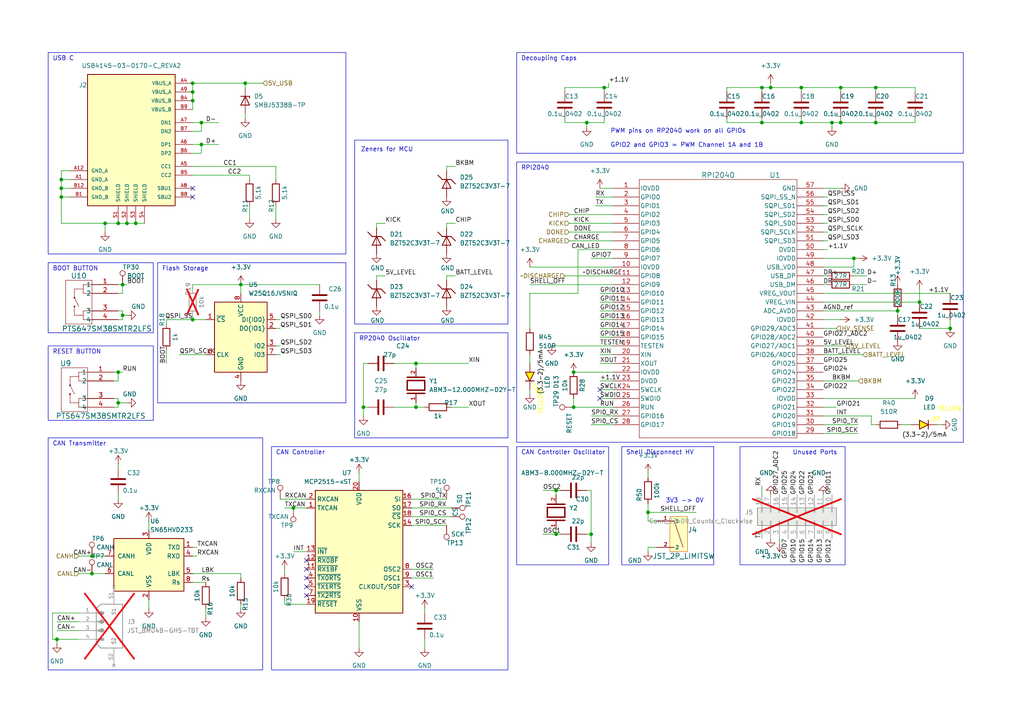
<source format=kicad_sch>
(kicad_sch (version 20250114) (generator "eeschema") (generator_version "9.0")
  (paper "A4")
  (rectangle (start 149.86 46.99) (end 279.4 128.27))
  (rectangle (start 102.87 96.52) (end 147.32 127))
  (rectangle (start 13.97 15.24) (end 100.33 73.66))
  (rectangle (start 78.74 129.54) (end 147.32 194.31))
  (rectangle (start 45.72 76.2) (end 100.33 116.84))
  (rectangle (start 13.97 127) (end 76.2 194.31))
  (rectangle (start 214.63 129.54) (end 245.11 163.83))
  (rectangle (start 180.34 129.54) (end 207.01 163.83))
  (rectangle (start 149.86 15.24) (end 279.4 44.45))
  (rectangle (start 102.87 40.64) (end 147.32 93.98))
  (rectangle (start 13.97 76.2) (end 44.45 96.52))
  (rectangle (start 13.97 100.33) (end 44.45 121.92))
  (rectangle (start 149.86 129.54) (end 176.53 163.83))
  (text "Unused Ports\n" (at 229.87 132.08 0) (effects (font (size 1.27 1.27)) (justify left bottom)))
  (text "YELLOW" (at 271.78 119.38 0) (effects (font (size 1.27 1.27)) (justify left bottom)))
  (text "BOOT BUTTON\n" (at 15.24 78.74 0) (effects (font (size 1.27 1.27)) (justify left bottom)))
  (text "CAN Controller\n" (at 80.01 132.08 0) (effects (font (size 1.27 1.27)) (justify left bottom)))
  (text "USB C" (at 15.24 17.78 0) (effects (font (size 1.27 1.27)) (justify left bottom)))
  (text "(3.3-2)/5mA" (at 157.48 101.6 90) (effects (font (size 1.27 1.27)) (justify right bottom)))
  (text "YELLOW" (at 157.48 113.03 90) (effects (font (size 1.27 1.27)) (justify right bottom)))
  (text "Decoupling Caps" (at 151.13 17.78 0) (effects (font (size 1.27 1.27)) (justify left bottom)))
  (text "CAN Controller Oscillator\n" (at 151.13 132.08 0) (effects (font (size 1.27 1.27)) (justify left bottom)))
  (text "Flash Storage\n" (at 46.99 78.74 0) (effects (font (size 1.27 1.27)) (justify left bottom)))
  (text "CAN Transmitter\n" (at 15.24 129.54 0) (effects (font (size 1.27 1.27)) (justify left bottom)))
  (text "RP2040 Oscillator\n" (at 104.14 99.06 0) (effects (font (size 1.27 1.27)) (justify left bottom)))
  (text "RPI2040" (at 151.13 49.53 0) (effects (font (size 1.27 1.27)) (justify left bottom)))
  (text "PWM pins on RP2040 work on all GPIOs\n\nGPIO2 and GPIO3 = PWM Channel 1A and 1B\n" (at 177.038 42.926 0) (effects (font (size 1.27 1.27)) (justify left bottom)))
  (text "Shell Disconnect HV" (at 181.61 132.08 0) (effects (font (size 1.27 1.27)) (justify left bottom)))
  (text "3V3 -> 0V" (at 193.04 146.05 0) (effects (font (size 1.27 1.27)) (justify left bottom)))
  (text "RESET BUTTON\n" (at 15.24 102.87 0) (effects (font (size 1.27 1.27)) (justify left bottom)))
  (text "Zeners for MCU" (at 104.648 44.196 0) (effects (font (size 1.27 1.27)) (justify left bottom)))
  (text "(3.3-2)/5mA" (at 261.62 127 0) (effects (font (size 1.27 1.27)) (justify left bottom)))
  (junction (at 30.48 64.77))
  (junction (at 58.42 41.91))
  (junction (at 260.35 90.17))
  (junction (at 232.41 35.56))
  (junction (at 266.7 87.63))
  (junction (at 69.85 82.55))
  (junction (at 171.45 154.94))
  (junction (at 120.65 105.41))
  (junction (at 35.56 91.44))
  (junction (at 55.88 92.71))
  (junction (at 275.59 95.25))
  (junction (at 16.51 185.42))
  (junction (at 254 25.4))
  (junction (at 243.84 35.56))
  (junction (at 187.96 148.59))
  (junction (at 26.67 166.37))
  (junction (at 170.18 35.56))
  (junction (at 34.29 107.95))
  (junction (at 166.37 107.95))
  (junction (at 39.37 64.77))
  (junction (at 55.88 24.13))
  (junction (at 17.78 54.61))
  (junction (at 17.78 57.15))
  (junction (at 241.3 35.56))
  (junction (at 247.65 74.93))
  (junction (at 232.41 25.4))
  (junction (at 36.83 64.77))
  (junction (at 105.41 118.11))
  (junction (at 120.65 118.11))
  (junction (at 17.78 52.07))
  (junction (at 243.84 25.4))
  (junction (at 223.52 25.4))
  (junction (at 85.09 147.32))
  (junction (at 220.98 25.4))
  (junction (at 58.42 35.56))
  (junction (at 26.67 161.29))
  (junction (at 175.26 25.4))
  (junction (at 34.29 116.84))
  (junction (at 254 35.56))
  (junction (at 35.56 82.55))
  (junction (at 161.29 142.24))
  (junction (at 220.98 35.56))
  (junction (at 55.88 29.21))
  (junction (at 55.88 26.67))
  (junction (at 166.37 118.11))
  (junction (at 161.29 154.94))
  (junction (at 34.29 64.77))
  (junction (at 71.12 24.13))
  (no_connect (at 88.9 167.64))
  (no_connect (at 173.99 113.03))
  (no_connect (at 88.9 172.72))
  (no_connect (at 88.9 170.18))
  (no_connect (at 55.88 54.61))
  (no_connect (at 173.99 115.57))
  (no_connect (at 88.9 162.56))
  (no_connect (at 88.9 165.1))
  (no_connect (at 55.88 57.15))
  (no_connect (at 119.38 170.18))
  (wire (pts (xy 166.37 118.11) (xy 177.8 118.11)))
  (wire (pts (xy 238.76 120.65) (xy 252.73 120.65)))
  (wire (pts (xy 34.29 64.77) (xy 36.83 64.77)))
  (wire (pts (xy 35.56 82.55) (xy 36.83 82.55)))
  (wire (pts (xy 176.53 24.13) (xy 176.53 25.4)))
  (wire (pts (xy 43.18 151.13) (xy 43.18 153.67)))
  (wire (pts (xy 172.72 59.69) (xy 177.8 59.69)))
  (wire (pts (xy 163.83 25.4) (xy 163.83 26.67)))
  (wire (pts (xy 187.96 160.02) (xy 187.96 158.75)))
  (wire (pts (xy 266.7 95.25) (xy 275.59 95.25)))
  (wire (pts (xy 238.76 102.87) (xy 250.19 102.87)))
  (wire (pts (xy 132.08 48.26) (xy 129.54 48.26)))
  (wire (pts (xy 71.12 33.02) (xy 71.12 34.29)))
  (wire (pts (xy 22.86 177.8) (xy 15.24 177.8)))
  (wire (pts (xy 220.98 25.4) (xy 210.82 25.4)))
  (wire (pts (xy 58.42 38.1) (xy 58.42 35.56)))
  (wire (pts (xy 238.76 72.39) (xy 240.03 72.39)))
  (wire (pts (xy 22.86 166.37) (xy 26.67 166.37)))
  (wire (pts (xy 120.65 118.11) (xy 120.65 116.84)))
  (wire (pts (xy 35.56 85.09) (xy 35.56 82.55)))
  (wire (pts (xy 85.09 147.32) (xy 88.9 147.32)))
  (wire (pts (xy 260.35 90.17) (xy 260.35 91.44)))
  (wire (pts (xy 55.88 92.71) (xy 55.88 91.44)))
  (wire (pts (xy 232.41 35.56) (xy 241.3 35.56)))
  (wire (pts (xy 247.65 77.47) (xy 247.65 74.93)))
  (wire (pts (xy 167.64 72.39) (xy 177.8 72.39)))
  (wire (pts (xy 55.88 35.56) (xy 58.42 35.56)))
  (wire (pts (xy 220.98 25.4) (xy 220.98 26.67)))
  (wire (pts (xy 20.32 52.07) (xy 17.78 52.07)))
  (wire (pts (xy 172.72 57.15) (xy 177.8 57.15)))
  (wire (pts (xy 226.06 157.48) (xy 226.06 156.21)))
  (wire (pts (xy 16.51 180.34) (xy 22.86 180.34)))
  (wire (pts (xy 173.99 110.49) (xy 177.8 110.49)))
  (wire (pts (xy 48.26 92.71) (xy 55.88 92.71)))
  (wire (pts (xy 223.52 25.4) (xy 220.98 25.4)))
  (wire (pts (xy 119.38 165.1) (xy 125.73 165.1)))
  (wire (pts (xy 252.73 123.19) (xy 254 123.19)))
  (wire (pts (xy 153.67 82.55) (xy 177.8 82.55)))
  (wire (pts (xy 232.41 26.67) (xy 232.41 25.4)))
  (wire (pts (xy 153.67 85.09) (xy 153.67 95.25)))
  (wire (pts (xy 35.56 91.44) (xy 35.56 90.17)))
  (wire (pts (xy 26.67 166.37) (xy 30.48 166.37)))
  (wire (pts (xy 55.88 24.13) (xy 55.88 26.67)))
  (wire (pts (xy 119.38 152.4) (xy 129.54 152.4)))
  (wire (pts (xy 16.51 185.42) (xy 22.86 185.42)))
  (wire (pts (xy 170.18 154.94) (xy 171.45 154.94)))
  (wire (pts (xy 177.8 69.85) (xy 165.1 69.85)))
  (wire (pts (xy 20.32 49.53) (xy 17.78 49.53)))
  (wire (pts (xy 129.54 48.26) (xy 129.54 49.53)))
  (wire (pts (xy 129.54 64.77) (xy 129.54 66.04)))
  (wire (pts (xy 265.43 26.67) (xy 265.43 25.4)))
  (wire (pts (xy 30.48 64.77) (xy 30.48 67.31)))
  (wire (pts (xy 109.22 81.28) (xy 109.22 80.01)))
  (wire (pts (xy 243.84 25.4) (xy 243.84 26.67)))
  (wire (pts (xy 238.76 59.69) (xy 240.03 59.69)))
  (wire (pts (xy 173.99 115.57) (xy 177.8 115.57)))
  (wire (pts (xy 17.78 64.77) (xy 17.78 57.15)))
  (wire (pts (xy 171.45 120.65) (xy 177.8 120.65)))
  (wire (pts (xy 81.28 144.78) (xy 88.9 144.78)))
  (wire (pts (xy 30.48 64.77) (xy 34.29 64.77)))
  (wire (pts (xy 254 34.29) (xy 254 35.56)))
  (wire (pts (xy 120.65 118.11) (xy 123.19 118.11)))
  (wire (pts (xy 241.3 35.56) (xy 241.3 36.83)))
  (wire (pts (xy 16.51 182.88) (xy 22.86 182.88)))
  (wire (pts (xy 163.83 25.4) (xy 175.26 25.4)))
  (wire (pts (xy 177.8 67.31) (xy 165.1 67.31)))
  (wire (pts (xy 187.96 148.59) (xy 201.93 148.59)))
  (wire (pts (xy 104.14 137.16) (xy 104.14 139.7)))
  (wire (pts (xy 210.82 35.56) (xy 210.82 34.29)))
  (wire (pts (xy 33.02 107.95) (xy 34.29 107.95)))
  (wire (pts (xy 34.29 92.71) (xy 35.56 92.71)))
  (wire (pts (xy 85.09 160.02) (xy 88.9 160.02)))
  (wire (pts (xy 20.32 54.61) (xy 17.78 54.61)))
  (wire (pts (xy 59.69 176.53) (xy 59.69 179.07)))
  (wire (pts (xy 55.88 48.26) (xy 80.01 48.26)))
  (wire (pts (xy 20.32 57.15) (xy 17.78 57.15)))
  (wire (pts (xy 163.83 35.56) (xy 163.83 34.29)))
  (wire (pts (xy 34.29 116.84) (xy 34.29 115.57)))
  (wire (pts (xy 132.08 64.77) (xy 129.54 64.77)))
  (wire (pts (xy 153.67 113.03) (xy 153.67 114.3)))
  (wire (pts (xy 247.65 82.55) (xy 251.46 82.55)))
  (wire (pts (xy 170.18 35.56) (xy 163.83 35.56)))
  (wire (pts (xy 17.78 64.77) (xy 30.48 64.77)))
  (wire (pts (xy 173.99 113.03) (xy 177.8 113.03)))
  (wire (pts (xy 173.99 102.87) (xy 177.8 102.87)))
  (wire (pts (xy 80.01 100.33) (xy 81.28 100.33)))
  (wire (pts (xy 80.01 92.71) (xy 81.28 92.71)))
  (wire (pts (xy 175.26 34.29) (xy 175.26 35.56)))
  (wire (pts (xy 119.38 167.64) (xy 125.73 167.64)))
  (wire (pts (xy 34.29 118.11) (xy 34.29 116.84)))
  (wire (pts (xy 173.99 105.41) (xy 177.8 105.41)))
  (wire (pts (xy 265.43 35.56) (xy 254 35.56)))
  (wire (pts (xy 232.41 34.29) (xy 232.41 35.56)))
  (wire (pts (xy 223.52 25.4) (xy 232.41 25.4)))
  (wire (pts (xy 238.76 92.71) (xy 243.84 92.71)))
  (wire (pts (xy 71.12 24.13) (xy 76.2 24.13)))
  (wire (pts (xy 55.88 168.91) (xy 59.69 168.91)))
  (wire (pts (xy 271.78 123.19) (xy 273.05 123.19)))
  (wire (pts (xy 261.62 123.19) (xy 264.16 123.19)))
  (wire (pts (xy 69.85 82.55) (xy 69.85 85.09)))
  (wire (pts (xy 129.54 80.01) (xy 129.54 81.28)))
  (wire (pts (xy 34.29 143.51) (xy 34.29 144.78)))
  (wire (pts (xy 34.29 107.95) (xy 35.56 107.95)))
  (wire (pts (xy 247.65 80.01) (xy 251.46 80.01)))
  (wire (pts (xy 58.42 35.56) (xy 63.5 35.56)))
  (wire (pts (xy 36.83 91.44) (xy 35.56 91.44)))
  (wire (pts (xy 35.56 92.71) (xy 35.56 91.44)))
  (wire (pts (xy 34.29 110.49) (xy 34.29 107.95)))
  (wire (pts (xy 119.38 144.78) (xy 129.54 144.78)))
  (wire (pts (xy 105.41 105.41) (xy 106.68 105.41)))
  (wire (pts (xy 254 26.67) (xy 254 25.4)))
  (wire (pts (xy 57.15 158.75) (xy 55.88 158.75)))
  (wire (pts (xy 238.76 69.85) (xy 240.03 69.85)))
  (wire (pts (xy 119.38 149.86) (xy 130.81 149.86)))
  (wire (pts (xy 55.88 29.21) (xy 55.88 31.75)))
  (wire (pts (xy 109.22 80.01) (xy 111.76 80.01)))
  (wire (pts (xy 88.9 175.26) (xy 82.55 175.26)))
  (wire (pts (xy 34.29 90.17) (xy 35.56 90.17)))
  (wire (pts (xy 175.26 35.56) (xy 170.18 35.56)))
  (wire (pts (xy 55.88 24.13) (xy 71.12 24.13)))
  (wire (pts (xy 80.01 102.87) (xy 81.28 102.87)))
  (wire (pts (xy 82.55 165.1) (xy 82.55 166.37)))
  (wire (pts (xy 55.88 44.45) (xy 58.42 44.45)))
  (wire (pts (xy 55.88 50.8) (xy 72.39 50.8)))
  (wire (pts (xy 161.29 153.67) (xy 161.29 154.94)))
  (wire (pts (xy 80.01 59.69) (xy 80.01 63.5)))
  (wire (pts (xy 243.84 54.61) (xy 238.76 54.61)))
  (wire (pts (xy 82.55 147.32) (xy 85.09 147.32)))
  (wire (pts (xy 238.76 100.33) (xy 245.11 100.33)))
  (wire (pts (xy 171.45 74.93) (xy 177.8 74.93)))
  (wire (pts (xy 161.29 142.24) (xy 162.56 142.24)))
  (wire (pts (xy 34.29 134.62) (xy 34.29 135.89)))
  (wire (pts (xy 170.18 35.56) (xy 170.18 36.83)))
  (wire (pts (xy 69.85 166.37) (xy 69.85 167.64)))
  (wire (pts (xy 111.76 64.77) (xy 109.22 64.77)))
  (wire (pts (xy 173.99 90.17) (xy 177.8 90.17)))
  (wire (pts (xy 171.45 123.19) (xy 177.8 123.19)))
  (wire (pts (xy 157.48 154.94) (xy 161.29 154.94)))
  (wire (pts (xy 82.55 175.26) (xy 82.55 173.99)))
  (wire (pts (xy 223.52 24.13) (xy 223.52 25.4)))
  (wire (pts (xy 238.76 85.09) (xy 275.59 85.09)))
  (wire (pts (xy 92.71 90.17) (xy 92.71 91.44)))
  (wire (pts (xy 114.3 118.11) (xy 120.65 118.11)))
  (wire (pts (xy 58.42 41.91) (xy 63.5 41.91)))
  (wire (pts (xy 39.37 64.77) (xy 41.91 64.77)))
  (wire (pts (xy 33.02 115.57) (xy 34.29 115.57)))
  (wire (pts (xy 238.76 82.55) (xy 240.03 82.55)))
  (wire (pts (xy 238.76 90.17) (xy 260.35 90.17)))
  (wire (pts (xy 167.64 85.09) (xy 167.64 72.39)))
  (wire (pts (xy 238.76 118.11) (xy 242.57 118.11)))
  (wire (pts (xy 55.88 82.55) (xy 69.85 82.55)))
  (wire (pts (xy 55.88 92.71) (xy 59.69 92.71)))
  (wire (pts (xy 166.37 107.95) (xy 177.8 107.95)))
  (wire (pts (xy 130.81 118.11) (xy 135.89 118.11)))
  (wire (pts (xy 72.39 59.69) (xy 72.39 63.5)))
  (wire (pts (xy 173.99 95.25) (xy 177.8 95.25)))
  (wire (pts (xy 165.1 64.77) (xy 177.8 64.77)))
  (wire (pts (xy 238.76 62.23) (xy 240.03 62.23)))
  (wire (pts (xy 238.76 95.25) (xy 242.57 95.25)))
  (wire (pts (xy 69.85 175.26) (xy 69.85 176.53)))
  (wire (pts (xy 33.02 110.49) (xy 34.29 110.49)))
  (wire (pts (xy 252.73 123.19) (xy 252.73 120.65)))
  (wire (pts (xy 55.88 41.91) (xy 58.42 41.91)))
  (wire (pts (xy 220.98 143.51) (xy 220.98 140.97)))
  (wire (pts (xy 220.98 35.56) (xy 232.41 35.56)))
  (wire (pts (xy 15.24 185.42) (xy 16.51 185.42)))
  (wire (pts (xy 36.83 64.77) (xy 39.37 64.77)))
  (wire (pts (xy 153.67 102.87) (xy 153.67 105.41)))
  (wire (pts (xy 69.85 82.55) (xy 92.71 82.55)))
  (wire (pts (xy 105.41 118.11) (xy 105.41 105.41)))
  (wire (pts (xy 55.88 83.82) (xy 55.88 82.55)))
  (wire (pts (xy 265.43 115.57) (xy 238.76 115.57)))
  (wire (pts (xy 119.38 147.32) (xy 130.81 147.32)))
  (wire (pts (xy 238.76 57.15) (xy 240.03 57.15)))
  (wire (pts (xy 187.96 137.16) (xy 187.96 138.43)))
  (wire (pts (xy 80.01 95.25) (xy 81.28 95.25)))
  (wire (pts (xy 190.5 151.13) (xy 187.96 151.13)))
  (wire (pts (xy 173.99 54.61) (xy 177.8 54.61)))
  (wire (pts (xy 187.96 146.05) (xy 187.96 148.59)))
  (wire (pts (xy 153.67 77.47) (xy 177.8 77.47)))
  (wire (pts (xy 220.98 34.29) (xy 220.98 35.56)))
  (wire (pts (xy 80.01 52.07) (xy 80.01 48.26)))
  (wire (pts (xy 57.15 161.29) (xy 55.88 161.29)))
  (wire (pts (xy 243.84 25.4) (xy 254 25.4)))
  (wire (pts (xy 16.51 185.42) (xy 16.51 186.69)))
  (wire (pts (xy 71.12 24.13) (xy 71.12 25.4)))
  (wire (pts (xy 173.99 85.09) (xy 177.8 85.09)))
  (wire (pts (xy 120.65 106.68) (xy 120.65 105.41)))
  (wire (pts (xy 265.43 34.29) (xy 265.43 35.56)))
  (wire (pts (xy 171.45 142.24) (xy 171.45 154.94)))
  (wire (pts (xy 175.26 25.4) (xy 175.26 26.67)))
  (wire (pts (xy 254 35.56) (xy 243.84 35.56)))
  (wire (pts (xy 173.99 97.79) (xy 177.8 97.79)))
  (wire (pts (xy 238.76 67.31) (xy 240.03 67.31)))
  (wire (pts (xy 120.65 105.41) (xy 135.89 105.41)))
  (wire (pts (xy 163.83 80.01) (xy 177.8 80.01)))
  (wire (pts (xy 248.92 74.93) (xy 247.65 74.93)))
  (wire (pts (xy 55.88 26.67) (xy 55.88 29.21)))
  (wire (pts (xy 275.59 92.71) (xy 275.59 95.25)))
  (wire (pts (xy 48.26 101.6) (xy 48.26 105.41)))
  (wire (pts (xy 105.41 118.11) (xy 106.68 118.11)))
  (wire (pts (xy 177.8 62.23) (xy 165.1 62.23)))
  (wire (pts (xy 55.88 38.1) (xy 58.42 38.1)))
  (wire (pts (xy 243.84 34.29) (xy 243.84 35.56)))
  (wire (pts (xy 15.24 177.8) (xy 15.24 185.42)))
  (wire (pts (xy 170.18 142.24) (xy 171.45 142.24)))
  (wire (pts (xy 166.37 115.57) (xy 166.37 118.11)))
  (wire (pts (xy 187.96 148.59) (xy 187.96 151.13)))
  (wire (pts (xy 58.42 44.45) (xy 58.42 41.91)))
  (wire (pts (xy 22.86 161.29) (xy 26.67 161.29)))
  (wire (pts (xy 238.76 77.47) (xy 247.65 77.47)))
  (wire (pts (xy 176.53 25.4) (xy 175.26 25.4)))
  (wire (pts (xy 160.02 100.33) (xy 177.8 100.33)))
  (wire (pts (xy 173.99 87.63) (xy 177.8 87.63)))
  (wire (pts (xy 105.41 120.65) (xy 105.41 118.11)))
  (wire (pts (xy 238.76 110.49) (xy 248.92 110.49)))
  (wire (pts (xy 153.67 85.09) (xy 167.64 85.09)))
  (wire (pts (xy 238.76 74.93) (xy 247.65 74.93)))
  (wire (pts (xy 173.99 92.71) (xy 177.8 92.71)))
  (wire (pts (xy 34.29 82.55) (xy 35.56 82.55)))
  (wire (pts (xy 17.78 54.61) (xy 17.78 57.15)))
  (wire (pts (xy 17.78 49.53) (xy 17.78 52.07)))
  (wire (pts (xy 210.82 25.4) (xy 210.82 26.67)))
  (wire (pts (xy 220.98 35.56) (xy 210.82 35.56)))
  (wire (pts (xy 26.67 161.29) (xy 30.48 161.29)))
  (wire (pts (xy 114.3 105.41) (xy 120.65 105.41)))
  (wire (pts (xy 238.76 87.63) (xy 266.7 87.63)))
  (wire (pts (xy 171.45 157.48) (xy 171.45 154.94)))
  (wire (pts (xy 104.14 180.34) (xy 104.14 187.96)))
  (wire (pts (xy 157.48 142.24) (xy 161.29 142.24)))
  (wire (pts (xy 123.19 185.42) (xy 123.19 187.96)))
  (wire (pts (xy 48.26 93.98) (xy 48.26 92.71)))
  (wire (pts (xy 36.83 116.84) (xy 34.29 116.84)))
  (wire (pts (xy 238.76 64.77) (xy 240.03 64.77)))
  (wire (pts (xy 43.18 173.99) (xy 43.18 176.53)))
  (wire (pts (xy 33.02 118.11) (xy 34.29 118.11)))
  (wire (pts (xy 161.29 143.51) (xy 161.29 142.24)))
  (wire (pts (xy 34.29 85.09) (xy 35.56 85.09)))
  (wire (pts (xy 17.78 52.07) (xy 17.78 54.61)))
  (wire (pts (xy 132.08 80.01) (xy 129.54 80.01)))
  (wire (pts (xy 72.39 50.8) (xy 72.39 52.07)))
  (wire (pts (xy 265.43 25.4) (xy 254 25.4)))
  (wire (pts (xy 238.76 125.73) (xy 248.92 125.73)))
  (wire (pts (xy 243.84 35.56) (xy 241.3 35.56)))
  (wire (pts (xy 109.22 64.77) (xy 109.22 66.04)))
  (wire (pts (xy 187.96 158.75) (xy 190.5 158.75)))
  (wire (pts (xy 238.76 80.01) (xy 240.03 80.01)))
  (wire (pts (xy 266.7 83.82) (xy 266.7 87.63)))
  (wire (pts (xy 123.19 176.53) (xy 123.19 177.8)))
  (wire (pts (xy 238.76 123.19) (xy 248.92 123.19)))
  (wire (pts (xy 161.29 154.94) (xy 162.56 154.94)))
  (wire (pts (xy 52.07 102.87) (xy 59.69 102.87)))
  (wire (pts (xy 232.41 25.4) (xy 243.84 25.4)))
  (wire (pts (xy 55.88 166.37) (xy 69.85 166.37)))
  (label "SPI0_CS" (at 171.45 123.19 0))
  (label "OSC2" (at 157.48 142.24 0))
  (label "TESTEN" (at 173.99 100.33 0))
  (label "+1.1V" (at 240.03 72.39 0))
  (label "+1.1V" (at 176.53 24.13 0))
  (label "SPI0_TX" (at 129.54 144.78 180))
  (label "KICK" (at 166.37 64.77 0))
  (label "QSPI_SD0" (at 81.28 92.71 0))
  (label "BKBM" (at 132.08 48.26 0))
  (label "AGND_ref" (at 238.76 90.17 0))
  (label "SWDIO" (at 173.99 115.57 0))
  (label "5V_LEVEL" (at 238.76 100.33 0))
  (label "DR+" (at 238.76 80.01 0))
  (label "GPIO22" (at 233.68 143.51 90))
  (label "DONE" (at 166.37 67.31 0))
  (label "QSPI_SD3" (at 240.03 69.85 0))
  (label "RUN" (at 173.99 118.11 0))
  (label "GPIO21" (at 236.22 143.51 90))
  (label "RX" (at 220.98 140.97 90))
  (label "RXCAN" (at 57.15 161.29 0))
  (label "GPIO11" (at 241.3 143.51 90))
  (label "BOOT" (at 36.83 82.55 0))
  (label "OSC1" (at 125.73 167.64 180))
  (label "BOOT" (at 48.26 105.41 90))
  (label "GPIO12" (at 173.99 90.17 0))
  (label "GPIO11" (at 173.99 87.63 0))
  (label "RUN" (at 35.56 107.95 0))
  (label "RXCAN" (at 82.55 144.78 0))
  (label "CAN+" (at 16.51 180.34 0))
  (label "SHELL_OFF" (at 153.67 82.55 0))
  (label "CHIP" (at 132.08 64.77 0))
  (label "SHELL_OFF" (at 201.93 148.59 180))
  (label "QSPI_SCLK" (at 240.03 67.31 0))
  (label "LBK" (at 58.42 166.37 0))
  (label "CHARGE" (at 166.37 69.85 0))
  (label "TX" (at 220.98 156.21 90))
  (label "GPIO13" (at 238.76 156.21 270))
  (label "BATT_LEVEL" (at 238.76 102.87 0))
  (label "CAN-" (at 26.67 166.37 180))
  (label "Rs" (at 58.42 168.91 0))
  (label "GPIO14" (at 173.99 95.25 0))
  (label "GPIO24" (at 238.76 107.95 0))
  (label "+1.1V" (at 269.24 85.09 0))
  (label "XIN" (at 135.89 105.41 0))
  (label "GPIO25" (at 228.6 143.51 90))
  (label "GPIO24" (at 231.14 143.51 90))
  (label "QSPI_SD2" (at 240.03 62.23 0))
  (label "QSPI_SD3" (at 81.28 102.87 0))
  (label "RX" (at 172.72 57.15 0))
  (label "XOUT" (at 135.89 118.11 0))
  (label "GPIO12" (at 241.3 156.21 270))
  (label "GPIO27_ADC2" (at 238.76 97.79 0))
  (label "CAN+" (at 26.67 161.29 180))
  (label "SPI0_RX" (at 171.45 120.65 0))
  (label "GPIO10" (at 231.14 156.21 270))
  (label "BATT_LEVEL" (at 132.08 80.01 0))
  (label "GPIO27_ADC2" (at 226.06 143.51 90))
  (label "GPIO21" (at 242.57 118.11 0))
  (label "GPIO15" (at 233.68 156.21 270))
  (label "D-" (at 251.46 82.55 0))
  (label "D+" (at 59.69 41.91 0))
  (label "GPIO7" (at 171.45 74.93 0))
  (label "QSPI_SD2" (at 81.28 100.33 0))
  (label "GPIO15" (at 173.99 97.79 0))
  (label "CAN_LED" (at 173.99 72.39 180))
  (label "SWCLK" (at 173.99 113.03 0))
  (label "QSPI_SCLK" (at 52.07 102.87 0))
  (label "D+" (at 251.46 80.01 0))
  (label "XIN" (at 173.99 102.87 0))
  (label "GPIO13" (at 173.99 92.71 0))
  (label "GPIO10" (at 173.99 85.09 0))
  (label "SPI0_RX" (at 129.54 147.32 180))
  (label "BKBM" (at 241.3 110.49 0))
  (label "XOUT" (at 173.99 105.41 0))
  (label "GPIO22" (at 238.76 113.03 0))
  (label "GPIO25" (at 238.76 105.41 0))
  (label "QSPI_SS" (at 55.88 92.71 180))
  (label "OSC2" (at 125.73 165.1 180))
  (label "5V_LEVEL" (at 111.76 80.01 0))
  (label "INT" (at 242.57 120.65 0))
  (label "~DISCHARGE" (at 168.91 80.01 0))
  (label "TX" (at 172.72 59.69 0))
  (label "TXCAN" (at 82.55 147.32 0))
  (label "SPI0_SCK" (at 129.54 152.4 180))
  (label "CHIP" (at 166.37 62.23 0))
  (label "CC1" (at 64.77 48.26 0))
  (label "INT" (at 85.09 160.02 0))
  (label "OSC1" (at 157.48 154.94 0))
  (label "D-" (at 59.69 35.56 0))
  (label "KICK" (at 111.76 64.77 0))
  (label "CC2" (at 66.04 50.8 0))
  (label "QSPI_SD1" (at 81.28 95.25 0))
  (label "DR-" (at 238.76 82.55 0))
  (label "+1.1V" (at 173.99 110.49 0))
  (label "QSPI_SD0" (at 240.03 64.77 0))
  (label "GPIO14" (at 236.22 156.21 270))
  (label "SPI0_SCK" (at 248.92 125.73 180))
  (label "TXCAN" (at 57.15 158.75 0))
  (label "CAN-" (at 16.51 182.88 0))
  (label "GPIO7" (at 228.6 156.21 270))
  (label "QSPI_SD1" (at 240.03 59.69 0))
  (label "QSPI_SS" (at 240.03 57.15 0))
  (label "SPI0_TX" (at 248.92 123.19 180))
  (label "SPI0_CS" (at 129.54 149.86 180))
  (hierarchical_label "HV_SENSE" (shape input) (at 242.57 95.25 0))
  (hierarchical_label "CANH" (shape input) (at 22.86 161.29 180))
  (hierarchical_label "CHARGE" (shape input) (at 165.1 69.85 180))
  (hierarchical_label "CHIP" (shape input) (at 165.1 62.23 180))
  (hierarchical_label "~DISCHARGE" (shape input) (at 163.83 80.01 180))
  (hierarchical_label "CANL" (shape input) (at 22.86 166.37 180))
  (hierarchical_label "5V_USB" (shape input) (at 76.2 24.13 0))
  (hierarchical_label "5V_LEVEL" (shape input) (at 245.11 100.33 0))
  (hierarchical_label "BKBM" (shape input) (at 248.92 110.49 0))
  (hierarchical_label "DONE" (shape input) (at 165.1 67.31 180))
  (hierarchical_label "BATT_LEVEL" (shape input) (at 250.19 102.87 0))
  (hierarchical_label "KICK" (shape input) (at 165.1 64.77 180))
  (symbol (lib_id "power:GND") (at 36.83 91.44 90) (unit 1)
    (property "Reference" "#PWR052" (effects (hide yes)))
    (property "Value" "GND" (at 38.1 88.9 90) (effects (justify right)))
  )
  (symbol (lib_id "bots:TestPoint_1x1") (at 129.54 152.4 0) (mirror x) (unit 1) (in_bom no)
    (property "Reference" "TP13" (at 129.54 157.48 0) (effects (justify left)))
    (property "Value" "SCK" (at 130.81 154.94 0) (effects (justify left)))
    (property "Footprint" "bots:TestPoint_Pad_1.0x1.0mm" (effects (hide yes)))
  )
  (symbol (lib_id "bots:R_10k") (at 69.85 171.45 0) (mirror y) (unit 1)
    (property "Reference" "R15" (at 71.12 175.26 90))
    (property "Value" "10k" (at 67.31 171.45 90))
    (property "Footprint" "bots:R_0603_1608Metric" (effects (hide yes)))
    (property "MPN" "0603WAF1002T5E" (effects (hide yes)))
    (property "Manufacturer" "UNI-ROYAL(Uniroyal Elec)" (effects (hide yes)))
    (property "Price" "0.0008" (effects (hide yes)))
    (property "JLC" "0603" (effects (hide yes)))
    (property "LCSC" "C25804" (effects (hide yes)))
    (property "JLC Extended" "no" (effects (hide yes)))
  )
  (symbol (lib_id "thebots_symlib:D_ZENER_BZT52C3V3T-7") (at 109.22 85.09 270) (unit 1)
    (property "Reference" "D23" (at 113.03 83.1849 90) (effects (justify left)))
    (property "Value" "BZT52C3V3T-7" (at 113.03 85.7249 90) (effects (justify left)))
    (property "Footprint" "bots:D_SOD-523" (effects (hide yes)))
    (property "Description" "Zener diode" (effects (hide yes)))
    (property "MPN" "BZT52C3V3T-7" (effects (hide yes)))
    (property "Manufacturer" "Diodes Inc." (effects (hide yes)))
    (property "Price" "0.25" (effects (hide yes)))
    (property "JLC" "SOD-523" (effects (hide yes)))
    (property "LCSC" "C151563" (effects (hide yes)))
    (property "JLC Extended" "yes" (effects (hide yes)))
  )
  (symbol (lib_name "R_100k_3") (lib_id "bots:R_100k") (at 187.96 142.24 0) (unit 1)
    (property "Reference" "R50" (at 185.42 143.51 90))
    (property "Value" "100k" (at 190.5 142.24 90))
    (property "Footprint" "bots:R_0603_1608Metric" (effects (hide yes)))
    (property "MPN" "0603WAF1003T5E" (effects (hide yes)))
    (property "Manufacturer" "UNI-ROYAL(Uniroyal Elec)" (effects (hide yes)))
    (property "Price" "0.0009" (effects (hide yes)))
    (property "JLC" "0603" (effects (hide yes)))
    (property "LCSC" "C25803" (effects (hide yes)))
    (property "JLC Extended" "no" (effects (hide yes)))
  )
  (symbol (lib_id "power:+3.3V") (at 223.52 24.13 0) (unit 1)
    (property "Reference" "#PWR031" (effects (hide yes)))
    (property "Value" "+3.3V" (at 223.52 19.05 0))
  )
  (symbol (lib_id "bots:TestPoint_1x1") (at 130.81 149.86 270) (mirror x) (unit 1) (in_bom no)
    (property "Reference" "TP12" (at 135.89 154.94 0) (effects (justify left)))
    (property "Value" "CS" (at 132.08 149.86 0) (effects (justify left)))
    (property "Footprint" "bots:TestPoint_Pad_1.0x1.0mm" (effects (hide yes)))
  )
  (symbol (lib_id "power:GND") (at 273.05 123.19 90) (unit 1)
    (property "Reference" "#PWR064" (effects (hide yes)))
    (property "Value" "GND" (at 276.86 123.19 0))
  )
  (symbol (lib_id "bots:JST_BM04B-GHS-TBT") (at 27.94 180.34 0) (unit 1) (in_bom no) (dnp yes)
    (property "Reference" "J3" (at 36.83 180.34 0) (effects (justify left)))
    (property "Value" "JST_BM04B-GHS-TBT" (at 36.83 182.88 0) (effects (justify left)))
    (property "Footprint" "bots:JST_BM04B-GHS-TBT" (effects (hide yes)))
    (property "MPN" "BM04B-GHS-TBT" (effects (hide yes)))
    (property "Manufacturer" "JST Sales America Inc." (effects (hide yes)))
    (property "Price" "0.31" (effects (hide yes)))
  )
  (symbol (lib_id "bots:SN65HVD233") (at 43.18 163.83 0) (mirror y) (unit 1)
    (property "Reference" "U6" (at 43.5259 151.13 0) (effects (justify right)))
    (property "Value" "SN65HVD233" (at 43.5259 153.67 0) (effects (justify right)))
    (property "Footprint" "bots:SOIC-8_3.9x4.9mm_P1.27mm" (effects (hide yes)))
    (property "Datasheet" "http://ww1.microchip.com/downloads/en/devicedoc/21667d.pdf" (effects (hide yes)))
    (property "Description" "High-Speed CAN Transceiver, 1Mbps, 3.3V supply, SOIC-8" (effects (hide yes)))
    (property "MPN" "SN65HVD233" (effects (hide yes)))
    (property "Manufacturer" "Microchip" (effects (hide yes)))
    (property "Price" "2.12" (effects (hide yes)))
    (property "JLC" "8-SOIC" (effects (hide yes)))
    (property "LCSC" "C7376" (effects (hide yes)))
  )
  (symbol (lib_id "power:+3.3V") (at 260.35 82.55 0) (mirror y) (unit 1)
    (property "Reference" "#PWR029" (effects (hide yes)))
    (property "Value" "+3.3V" (at 260.35 80.01 90) (effects (justify left)))
  )
  (symbol (lib_id "power:GND") (at 109.22 88.9 0) (unit 1)
    (property "Reference" "#PWR054" (effects (hide yes)))
    (property "Value" "GND" (at 109.474 92.964 0))
  )
  (symbol (lib_id "power:+3.3V") (at 187.96 137.16 0) (mirror y) (unit 1)
    (property "Reference" "#PWR081" (effects (hide yes)))
    (property "Value" "+3.3V" (at 187.96 132.08 0))
  )
  (symbol (lib_id "power:+3.3V") (at 104.14 137.16 0) (mirror y) (unit 1)
    (property "Reference" "#PWR023" (effects (hide yes)))
    (property "Value" "+3.3V" (at 104.14 133.35 0))
  )
  (symbol (lib_id "power:GND") (at 109.22 73.66 0) (unit 1)
    (property "Reference" "#PWR069" (effects (hide yes)))
    (property "Value" "GND" (at 109.474 77.724 0))
  )
  (symbol (lib_id "bots:PTS647SM38SMTR2LFS") (at 22.86 87.63 0) (unit 1)
    (property "Reference" "U10" (at 22.86 80.01 0) (effects (font (size 1.524 1.524))))
    (property "Value" "PTS647SM38SMTR2LFS" (at 31.0064 95.3479 0) (effects (font (size 1.524 1.524))))
    (property "Footprint" "bots:SW_PTS647SM38SMTR2LFS_CNK" (effects (hide yes)))
    (property "MPN" "PTS647SM38SMTR2LFS" (effects (hide yes)))
    (property "Manufacturer" "C&K" (effects (hide yes)))
    (property "Price" "0.1118" (effects (hide yes)))
    (property "JLC" "SMD,4.5x4.5mm" (effects (hide yes)))
    (property "LCSC" "C2689502" (effects (hide yes)))
    (property "JLC Extended" "yes" (effects (hide yes)))
  )
  (symbol (lib_id "power:GND") (at 30.48 67.31 0) (unit 1)
    (property "Reference" "#PWR022" (effects (hide yes)))
    (property "Value" "GND" (at 30.48 72.39 0))
  )
  (symbol (lib_id "thebots_symlib:C_0.1u_0402") (at 254 30.48 0) (unit 1)
    (property "Reference" "C20" (at 254 27.94 0) (effects (justify left)))
    (property "Value" "0.1u_0402" (at 248.92 33.02 0) (effects (justify left)))
    (property "Footprint" "bots:C_0402_1005Metric" (effects (hide yes)))
    (property "Description" "Unpolarized capacitor" (effects (hide yes)))
    (property "JLC" "0402" (effects (hide yes)))
    (property "LCSC" "C307331" (effects (hide yes)))
    (property "MPN" "CL05B104KB54PNC" (effects (hide yes)))
  )
  (symbol (lib_id "power:GND") (at 275.59 95.25 0) (unit 1)
    (property "Reference" "#PWR038" (effects (hide yes)))
    (property "Value" "GND" (at 275.59 100.33 0))
  )
  (symbol (lib_id "thebots_symlib:D_ZENER_BZT52C3V3T-7") (at 129.54 85.09 270) (unit 1)
    (property "Reference" "D24" (at 133.35 83.1849 90) (effects (justify left)))
    (property "Value" "BZT52C3V3T-7" (at 133.35 85.7249 90) (effects (justify left)))
    (property "Footprint" "bots:D_SOD-523" (effects (hide yes)))
    (property "Description" "Zener diode" (effects (hide yes)))
    (property "MPN" "BZT52C3V3T-7" (effects (hide yes)))
    (property "Manufacturer" "Diodes Inc." (effects (hide yes)))
    (property "Price" "0.25" (effects (hide yes)))
    (property "JLC" "SOD-523" (effects (hide yes)))
    (property "LCSC" "C151563" (effects (hide yes)))
    (property "JLC Extended" "yes" (effects (hide yes)))
  )
  (symbol (lib_id "bots:JST_TO_LIMITSW") (at 195.58 154.94 0) (unit 1)
    (property "Reference" "J4" (at 199.39 153.67 0) (effects (font (size 1.524 1.524)) (justify left)))
    (property "Value" "JST_2P_LIMITSW" (at 189.23 161.29 0) (effects (font (size 1.524 1.524)) (justify left)))
    (property "Footprint" "bots:JST_B2B-XH-A_LF__SN_" (effects (hide yes)))
  )
  (symbol (lib_id "bots:TestPoint_1x1") (at 130.81 147.32 270) (mirror x) (unit 1) (in_bom no)
    (property "Reference" "TP11" (at 135.89 147.32 0) (effects (justify left)))
    (property "Value" "SO" (at 133.35 146.05 0) (effects (justify left)))
    (property "Footprint" "bots:TestPoint_Pad_1.0x1.0mm" (effects (hide yes)))
  )
  (symbol (lib_id "bots:ABM3-12.000MHZ-D2Y-T") (at 120.65 111.76 90) (unit 1)
    (property "Reference" "Y1" (at 124.46 110.49 90) (effects (justify right)))
    (property "Value" "ABM3-12.000MHZ-D2Y-T" (at 124.46 113.03 90) (effects (justify right)))
    (property "Footprint" "bots:ABM3" (effects (hide yes)))
    (property "MPN" "ABM3-12.000MHZ-D2Y-T" (effects (hide yes)))
    (property "Manufacturer" "Abracon" (effects (hide yes)))
    (property "Price" "0.7616" (effects (hide yes)))
    (property "JLC" "SMD5032-2P" (effects (hide yes)))
    (property "LCSC" "C148313" (effects (hide yes)))
    (property "JLC Extended" "yes" (effects (hide yes)))
  )
  (symbol (lib_id "thebots_symlib:R_27R") (at 243.84 80.01 90) (unit 1)
    (property "Reference" "R20" (at 248.92 78.74 90))
    (property "Value" "27R" (at 243.84 80.01 90))
    (property "Footprint" "bots:R_0603_1608Metric" (effects (hide yes)))
    (property "MPN" "0603WAF270JT5E" (effects (hide yes)))
    (property "Manufacturer" "UNI-ROYAL(Uniroyal Elec)" (effects (hide yes)))
    (property "Price" "0.001" (effects (hide yes)))
    (property "JLC" "0603" (effects (hide yes)))
    (property "LCSC" "C25190" (effects (hide yes)))
    (property "JLC Extended" "no" (effects (hide yes)))
  )
  (symbol (lib_id "bots:R_10k") (at 59.69 172.72 0) (mirror y) (unit 1)
    (property "Reference" "R16" (at 60.96 176.53 90))
    (property "Value" "10k" (at 57.15 172.72 90))
    (property "Footprint" "bots:R_0603_1608Metric" (effects (hide yes)))
    (property "MPN" "0603WAF1002T5E" (effects (hide yes)))
    (property "Manufacturer" "UNI-ROYAL(Uniroyal Elec)" (effects (hide yes)))
    (property "Price" "0.0008" (effects (hide yes)))
    (property "JLC" "0603" (effects (hide yes)))
    (property "LCSC" "C25804" (effects (hide yes)))
    (property "JLC Extended" "no" (effects (hide yes)))
  )
  (symbol (lib_id "bots:C_22p") (at 166.37 142.24 90) (unit 1)
    (property "Reference" "C30" (at 168.91 144.78 90))
    (property "Value" "22p" (at 167.64 138.43 90))
    (property "Footprint" "bots:C_0603_1608Metric" (effects (hide yes)))
    (property "MPN" "CL10C220JB8NNNC" (effects (hide yes)))
    (property "Manufacturer" "Samsung Electro-Mechanics" (effects (hide yes)))
    (property "Price" "0.0052" (effects (hide yes)))
    (property "JLC" "0603" (effects (hide yes)))
    (property "LCSC" "C1653" (effects (hide yes)))
    (property "JLC Extended" "no" (effects (hide yes)))
  )
  (symbol (lib_id "power:GND") (at 160.02 100.33 0) (unit 1)
    (property "Reference" "#PWR049" (effects (hide yes)))
    (property "Value" "GND" (at 160.02 105.41 0))
  )
  (symbol (lib_id "bots:C_0.1u") (at 92.71 86.36 0) (unit 1)
    (property "Reference" "C26" (at 95.25 83.82 0) (effects (justify left)))
    (property "Value" "0.1u" (at 93.98 88.9 0) (effects (justify left)))
    (property "Footprint" "bots:C_0603_1608Metric" (effects (hide yes)))
    (property "MPN" "CC0603KRX7R9BB104" (effects (hide yes)))
    (property "Manufacturer" "YAGEO" (effects (hide yes)))
    (property "Price" "0.0021" (effects (hide yes)))
    (property "JLC" "0603" (effects (hide yes)))
    (property "LCSC" "C14663" (effects (hide yes)))
    (property "JLC Extended" "no" (effects (hide yes)))
  )
  (symbol (lib_id "bots:C_22p") (at 166.37 154.94 90) (unit 1)
    (property "Reference" "C31" (at 166.37 158.75 90))
    (property "Value" "22p" (at 167.64 151.13 90))
    (property "Footprint" "bots:C_0603_1608Metric" (effects (hide yes)))
    (property "MPN" "CL10C220JB8NNNC" (effects (hide yes)))
    (property "Manufacturer" "Samsung Electro-Mechanics" (effects (hide yes)))
    (property "Price" "0.0052" (effects (hide yes)))
    (property "JLC" "0603" (effects (hide yes)))
    (property "LCSC" "C1653" (effects (hide yes)))
    (property "JLC Extended" "no" (effects (hide yes)))
  )
  (symbol (lib_id "power:GND") (at 243.84 54.61 90) (unit 1)
    (property "Reference" "#PWR016" (effects (hide yes)))
    (property "Value" "GND" (at 247.65 54.61 90) (effects (justify right)))
  )
  (symbol (lib_id "thebots_symlib:R_27R") (at 243.84 82.55 90) (unit 1)
    (property "Reference" "R21" (at 248.92 83.82 90))
    (property "Value" "27R" (at 243.84 82.55 90))
    (property "Footprint" "bots:R_0603_1608Metric" (effects (hide yes)))
    (property "MPN" "0603WAF270JT5E" (effects (hide yes)))
    (property "Manufacturer" "UNI-ROYAL(Uniroyal Elec)" (effects (hide yes)))
    (property "Price" "0.001" (effects (hide yes)))
    (property "JLC" "0603" (effects (hide yes)))
    (property "LCSC" "C25190" (effects (hide yes)))
    (property "JLC Extended" "no" (effects (hide yes)))
  )
  (symbol (lib_id "bots:RPI2040") (at 177.8 54.61 0) (unit 1)
    (property "Reference" "U1" (at 224.79 50.8 0) (effects (font (size 1.524 1.524))))
    (property "Value" "RPI2040" (at 208.28 50.8 0) (effects (font (size 1.524 1.524))))
    (property "Footprint" "bots:QFN56_7X7_RPI" (effects (hide yes)))
    (property "MPN" "RP2040" (effects (hide yes)))
    (property "Manufacturer" "Raspberry Pi" (effects (hide yes)))
    (property "Price" "0.9997" (effects (hide yes)))
    (property "JLC" "LQFN-56(7x7)" (effects (hide yes)))
    (property "LCSC" "C2040" (effects (hide yes)))
    (property "JLC Extended" "yes" (effects (hide yes)))
  )
  (symbol (lib_id "power:GND") (at 59.69 179.07 0) (unit 1)
    (property "Reference" "#PWR0100" (effects (hide yes)))
    (property "Value" "GND" (at 59.69 184.15 0))
  )
  (symbol (lib_id "bots:R_10k") (at 82.55 170.18 0) (mirror y) (unit 1)
    (property "Reference" "R30" (at 83.82 173.99 90))
    (property "Value" "10k" (at 80.01 170.18 90))
    (property "Footprint" "bots:R_0603_1608Metric" (effects (hide yes)))
    (property "MPN" "0603WAF1002T5E" (effects (hide yes)))
    (property "Manufacturer" "UNI-ROYAL(Uniroyal Elec)" (effects (hide yes)))
    (property "Price" "0.0008" (effects (hide yes)))
    (property "JLC" "0603" (effects (hide yes)))
    (property "LCSC" "C25804" (effects (hide yes)))
    (property "JLC Extended" "no" (effects (hide yes)))
  )
  (symbol (lib_id "thebots_symlib:C_0.1u_0402") (at 175.26 30.48 0) (unit 1)
    (property "Reference" "C14" (at 175.26 27.94 0) (effects (justify left)))
    (property "Value" "0.1u_0402" (at 170.18 33.02 0) (effects (justify left)))
    (property "Footprint" "bots:C_0402_1005Metric" (effects (hide yes)))
    (property "Description" "Unpolarized capacitor" (effects (hide yes)))
    (property "JLC" "0402" (effects (hide yes)))
    (property "LCSC" "C307331" (effects (hide yes)))
    (property "MPN" "CL05B104KB54PNC" (effects (hide yes)))
  )
  (symbol (lib_id "thebots_symlib:R_510R") (at 257.81 123.19 90) (unit 1)
    (property "Reference" "R40" (at 257.81 116.84 90))
    (property "Value" "510R" (at 257.81 119.38 90))
    (property "Footprint" "bots:R_0603_1608Metric" (effects (hide yes)))
    (property "MPN" "0603WAF5100T5E" (effects (hide yes)))
    (property "Manufacturer" "UNI-ROYAL(Uniroyal Elec)" (effects (hide yes)))
    (property "Price" "0.0009" (effects (hide yes)))
    (property "JLC" "0603" (effects (hide yes)))
    (property "LCSC" "C23193" (effects (hide yes)))
    (property "JLC Extended" "no" (effects (hide yes)))
  )
  (symbol (lib_id "power:GND") (at 69.85 110.49 0) (unit 1)
    (property "Reference" "#PWR042" (effects (hide yes)))
    (property "Value" "GND" (at 69.85 115.57 0))
  )
  (symbol (lib_id "thebots_symlib:C_1u_0402") (at 260.35 95.25 0) (unit 1)
    (property "Reference" "C17" (at 260.35 92.71 0) (effects (justify left)))
    (property "Value" "1u_0402" (at 259.08 97.79 0) (effects (justify left)))
    (property "Footprint" "bots:C_0402_1005Metric" (effects (hide yes)))
    (property "Description" "Unpolarized capacitor" (effects (hide yes)))
    (property "MPN" "CL05A105KA5NQNC" (effects (hide yes)))
    (property "Manufacturer" "Samsung Electro-Mechanics" (effects (hide yes)))
    (property "Price" "0.0046" (effects (hide yes)))
    (property "JLC" "0402" (effects (hide yes)))
    (property "LCSC" "C52923" (effects (hide yes)))
    (property "JLC Extended" "no" (effects (hide yes)))
  )
  (symbol (lib_id "power:GND") (at 223.52 143.51 180) (unit 1)
    (property "Reference" "#PWR080" (effects (hide yes)))
    (property "Value" "GND" (at 222.25 137.16 0))
  )
  (symbol (lib_id "power:+3.3V") (at 69.85 82.55 0) (mirror y) (unit 1)
    (property "Reference" "#PWR040" (effects (hide yes)))
    (property "Value" "+3.3V" (at 69.85 77.47 0))
  )
  (symbol (lib_id "thebots_symlib:C_0.1u_0402") (at 210.82 30.48 0) (unit 1)
    (property "Reference" "C15" (at 210.82 27.94 0) (effects (justify left)))
    (property "Value" "0.1u_0402" (at 205.74 33.02 0) (effects (justify left)))
    (property "Footprint" "bots:C_0402_1005Metric" (effects (hide yes)))
    (property "Description" "Unpolarized capacitor" (effects (hide yes)))
    (property "JLC" "0402" (effects (hide yes)))
    (property "LCSC" "C307331" (effects (hide yes)))
    (property "MPN" "CL05B104KB54PNC" (effects (hide yes)))
  )
  (symbol (lib_id "bots:C_27p") (at 110.49 118.11 90) (unit 1)
    (property "Reference" "C25" (at 110.49 110.49 90))
    (property "Value" "27p" (at 110.49 113.03 90))
    (property "Footprint" "bots:C_0603_1608Metric" (effects (hide yes)))
    (property "MPN" "CC0603JRNPO9BN270" (effects (hide yes)))
    (property "Manufacturer" "YAGEO" (effects (hide yes)))
    (property "Price" "0.0027" (effects (hide yes)))
    (property "JLC" "0603" (effects (hide yes)))
    (property "LCSC" "C107045" (effects (hide yes)))
    (property "JLC Extended" "no" (effects (hide yes)))
  )
  (symbol (lib_id "bots:C_27p") (at 110.49 105.41 90) (unit 1)
    (property "Reference" "C24" (at 116.84 100.33 90))
    (property "Value" "27p" (at 113.03 102.87 90))
    (property "Footprint" "bots:C_0603_1608Metric" (effects (hide yes)))
    (property "MPN" "CC0603JRNPO9BN270" (effects (hide yes)))
    (property "Manufacturer" "YAGEO" (effects (hide yes)))
    (property "Price" "0.0027" (effects (hide yes)))
    (property "JLC" "0603" (effects (hide yes)))
    (property "LCSC" "C107045" (effects (hide yes)))
    (property "JLC Extended" "no" (effects (hide yes)))
  )
  (symbol (lib_id "power:GND") (at 36.83 116.84 90) (unit 1)
    (property "Reference" "#PWR051" (effects (hide yes)))
    (property "Value" "GND" (at 35.56 114.3 90) (effects (justify right)))
  )
  (symbol (lib_id "thebots_symlib:C_0.1u_0402") (at 265.43 30.48 0) (unit 1)
    (property "Reference" "C21" (at 265.43 27.94 0) (effects (justify left)))
    (property "Value" "0.1u_0402" (at 260.35 33.02 0) (effects (justify left)))
    (property "Footprint" "bots:C_0402_1005Metric" (effects (hide yes)))
    (property "Description" "Unpolarized capacitor" (effects (hide yes)))
    (property "JLC" "0402" (effects (hide yes)))
    (property "LCSC" "C307331" (effects (hide yes)))
    (property "MPN" "CL05B104KB54PNC" (effects (hide yes)))
  )
  (symbol (lib_id "bots:R_5.1k") (at 80.01 55.88 0) (unit 1)
    (property "Reference" "R12" (at 78.74 59.69 90))
    (property "Value" "5.1k" (at 82.55 55.88 90))
    (property "Footprint" "bots:R_0603_1608Metric" (effects (hide yes)))
    (property "MPN" "0603WAF5101T5E" (effects (hide yes)))
    (property "Manufacturer" "UNI-ROYAL(Uniroyal Elec)" (effects (hide yes)))
    (property "Price" "0.0009" (effects (hide yes)))
    (property "JLC" "0603" (effects (hide yes)))
    (property "LCSC" "C23186" (effects (hide yes)))
    (property "JLC Extended" "no" (effects (hide yes)))
  )
  (symbol (lib_id "bots:TestPoint_1x1") (at 166.37 118.11 90) (unit 1) (in_bom no)
    (property "Reference" "TP29" (at 161.29 118.11 0) (effects (justify left)))
    (property "Value" "RESET" (at 165.1 125.73 0) (effects (justify left)))
    (property "Footprint" "bots:TestPoint_Pad_1.0x1.0mm" (effects (hide yes)))
  )
  (symbol (lib_id "power:+3.3V") (at 173.99 54.61 0) (unit 1)
    (property "Reference" "#PWR013" (effects (hide yes)))
    (property "Value" "+3.3V" (at 173.99 49.53 0))
  )
  (symbol (lib_id "power:+3.3V") (at 123.19 176.53 0) (mirror y) (unit 1)
    (property "Reference" "#PWR059" (effects (hide yes)))
    (property "Value" "+3.3V" (at 123.19 172.72 0))
  )
  (symbol (lib_id "thebots_symlib:C_0.1u_0402") (at 220.98 30.48 0) (unit 1)
    (property "Reference" "C16" (at 220.98 27.94 0) (effects (justify left)))
    (property "Value" "0.1u_0402" (at 215.9 33.02 0) (effects (justify left)))
    (property "Footprint" "bots:C_0402_1005Metric" (effects (hide yes)))
    (property "Description" "Unpolarized capacitor" (effects (hide yes)))
    (property "JLC" "0402" (effects (hide yes)))
    (property "LCSC" "C307331" (effects (hide yes)))
    (property "MPN" "CL05B104KB54PNC" (effects (hide yes)))
  )
  (symbol (lib_id "thebots_symlib:D_ZENER_BZT52C3V3T-7") (at 129.54 53.34 270) (unit 1)
    (property "Reference" "D25" (at 133.35 51.4349 90) (effects (justify left)))
    (property "Value" "BZT52C3V3T-7" (at 133.35 53.9749 90) (effects (justify left)))
    (property "Footprint" "bots:D_SOD-523" (effects (hide yes)))
    (property "Description" "Zener diode" (effects (hide yes)))
    (property "MPN" "BZT52C3V3T-7" (effects (hide yes)))
    (property "Manufacturer" "Diodes Inc." (effects (hide yes)))
    (property "Price" "0.25" (effects (hide yes)))
    (property "JLC" "SOD-523" (effects (hide yes)))
    (property "LCSC" "C151563" (effects (hide yes)))
    (property "JLC Extended" "yes" (effects (hide yes)))
  )
  (symbol (lib_id "power:+3.3V") (at 153.67 77.47 0) (unit 1)
    (property "Reference" "#PWR014" (effects (hide yes)))
    (property "Value" "+3.3V" (at 153.67 72.39 0))
  )
  (symbol (lib_id "power:GND") (at 71.12 34.29 0) (unit 1)
    (property "Reference" "#PWR070" (effects (hide yes)))
    (property "Value" "GND" (at 71.12 39.37 0))
  )
  (symbol (lib_id "bots:R_1k") (at 48.26 97.79 0) (mirror x) (unit 1)
    (property "Reference" "R18" (at 46.99 92.71 90))
    (property "Value" "1k" (at 50.8 97.79 90))
    (property "Footprint" "bots:R_0603_1608Metric" (effects (hide yes)))
    (property "MPN" "0603WAF1001T5E" (effects (hide yes)))
    (property "Manufacturer" "UNI-ROYAL(Uniroyal Elec)" (effects (hide yes)))
    (property "Price" "0.0007" (effects (hide yes)))
    (property "JLC" "0603" (effects (hide yes)))
    (property "LCSC" "C21190" (effects (hide yes)))
  )
  (symbol (lib_id "bots:D_ZENER_SMBJ5338B-TP") (at 71.12 29.21 270) (unit 1)
    (property "Reference" "D5" (at 73.66 27.94 90) (effects (justify left)))
    (property "Value" "SMBJ5338B-TP" (at 73.66 30.48 90) (effects (justify left)))
    (property "Footprint" "bots:D_SMB" (effects (hide yes)))
    (property "MPN" "SMBJ5338B-TP" (effects (hide yes)))
    (property "Manufacturer" "Micro Commercial Co" (effects (hide yes)))
    (property "Price" "0.25" (effects (hide yes)))
    (property "JLC" "DO-214AA(SMB)" (effects (hide yes)))
    (property "LCSC" "C457823" (effects (hide yes)))
    (property "JLC Extended" "yes" (effects (hide yes)))
  )
  (symbol (lib_id "thebots_symlib:C_1u_0402") (at 275.59 88.9 0) (unit 1)
    (property "Reference" "C23" (at 275.59 86.36 0) (effects (justify left)))
    (property "Value" "1u_0402" (at 271.78 91.44 0) (effects (justify left)))
    (property "Footprint" "bots:C_0402_1005Metric" (effects (hide yes)))
    (property "Description" "Unpolarized capacitor" (effects (hide yes)))
    (property "MPN" "CL05A105KA5NQNC" (effects (hide yes)))
    (property "Manufacturer" "Samsung Electro-Mechanics" (effects (hide yes)))
    (property "Price" "0.0046" (effects (hide yes)))
    (property "JLC" "0402" (effects (hide yes)))
    (property "LCSC" "C52923" (effects (hide yes)))
    (property "JLC Extended" "no" (effects (hide yes)))
  )
  (symbol (lib_id "power:GND") (at 69.85 176.53 0) (unit 1)
    (property "Reference" "#PWR057" (effects (hide yes)))
    (property "Value" "GND" (at 69.85 181.61 0))
  )
  (symbol (lib_id "power:+3.3V") (at 226.06 157.48 0) (mirror x) (unit 1)
    (property "Reference" "#PWR079" (effects (hide yes)))
    (property "Value" "+3.3V" (at 223.52 161.29 0))
  )
  (symbol (lib_id "bots:TestPoint_1x1drill") (at 26.67 166.37 0) (unit 1) (in_bom no)
    (property "Reference" "TP7" (at 26.67 161.29 0) (effects (justify left)))
    (property "Value" "CANL" (at 27.94 163.83 0) (effects (justify left)))
    (property "Footprint" "bots:TestPoint_Pad_1.0x1.0mm" (effects (hide yes)))
  )
  (symbol (lib_id "power:GND") (at 260.35 99.06 0) (unit 1)
    (property "Reference" "#PWR043" (effects (hide yes)))
    (property "Value" "GND" (at 260.35 104.14 0))
  )
  (symbol (lib_id "power:GND") (at 171.45 157.48 0) (unit 1)
    (property "Reference" "#PWR036" (effects (hide yes)))
    (property "Value" "GND" (at 171.45 162.56 0))
  )
  (symbol (lib_id "power:GND") (at 72.39 63.5 0) (unit 1)
    (property "Reference" "#PWR01" (effects (hide yes)))
    (property "Value" "GND" (at 72.39 68.58 0))
  )
  (symbol (lib_id "bots:TestPoint_1x1") (at 81.28 144.78 0) (mirror y) (unit 1) (in_bom no)
    (property "Reference" "TP8" (at 81.28 139.7 0) (effects (justify left)))
    (property "Value" "RXCAN" (at 80.01 142.24 0) (effects (justify left)))
    (property "Footprint" "bots:TestPoint_Pad_1.0x1.0mm" (effects (hide yes)))
  )
  (symbol (lib_id "bots:TestPoint_1x1") (at 85.09 147.32 180) (unit 1) (in_bom no)
    (property "Reference" "TP9" (at 85.09 152.4 0) (effects (justify left)))
    (property "Value" "TXCAN" (at 83.82 149.86 0) (effects (justify left)))
    (property "Footprint" "bots:TestPoint_Pad_1.0x1.0mm" (effects (hide yes)))
  )
  (symbol (lib_id "power:GND") (at 223.52 156.21 0) (unit 1)
    (property "Reference" "#PWR077" (effects (hide yes)))
    (property "Value" "GND" (at 220.98 160.02 0))
  )
  (symbol (lib_id "power:GND") (at 104.14 187.96 0) (unit 1)
    (property "Reference" "#PWR026" (effects (hide yes)))
    (property "Value" "GND" (at 104.14 193.04 0))
  )
  (symbol (lib_id "bots:USB4145-03-0170-C_REVA2") (at 38.1 46.99 0) (unit 1)
    (property "Reference" "J2" (at 22.86 25.4 0) (effects (justify left bottom)))
    (property "Value" "USB4145-03-0170-C_REVA2" (at 38.1 19.05 0))
    (property "Footprint" "bots:GCT_USB4145-03-0170-C_REVA2" (effects (hide yes)))
    (property "Description" "USB-C (USB TYPE-C) USB 2.0 Receptacle Connector 24 (16+8 Dummy) Position Surface Mount, Through Hole" (effects (hide yes)))
    (property "Price" "1.61" (effects (hide yes)))
    (property "MPN" "USB4145-03-0170-C" (effects (hide yes)))
    (property "Manufacturer" "GCT" (effects (hide yes)))
  )
  (symbol (lib_id "bots:MCP2515T-I/ST") (at 104.14 160.02 0) (mirror y) (unit 1)
    (property "Reference" "U7" (at 101.9459 137.16 0) (effects (justify left)))
    (property "Value" "MCP2515-xST" (at 101.9459 139.7 0) (effects (justify left)))
    (property "Footprint" "bots:TSSOP-20_4.4x6.5mm_P0.65mm" (effects (hide yes)))
    (property "Datasheet" "http://ww1.microchip.com/downloads/en/DeviceDoc/21801e.pdf" (effects (hide yes)))
    (property "MPN" "MCP2515T-I/ST" (effects (hide yes)))
    (property "Manufacturer" "Microchip" (effects (hide yes)))
    (property "Price" "1.2541" (effects (hide yes)))
    (property "JLC" "TSSOP-20" (effects (hide yes)))
    (property "LCSC" "C185941" (effects (hide yes)))
  )
  (symbol (lib_id "bots:R_10k") (at 166.37 111.76 0) (mirror y) (unit 1)
    (property "Reference" "R28" (at 168.91 111.76 90))
    (property "Value" "10k" (at 163.83 111.76 90))
    (property "Footprint" "bots:R_0603_1608Metric" (effects (hide yes)))
    (property "MPN" "0603WAF1002T5E" (effects (hide yes)))
    (property "Manufacturer" "UNI-ROYAL(Uniroyal Elec)" (effects (hide yes)))
    (property "Price" "0.0008" (effects (hide yes)))
    (property "JLC" "0603" (effects (hide yes)))
    (property "LCSC" "C25804" (effects (hide yes)))
    (property "JLC Extended" "no" (effects (hide yes)))
  )
  (symbol (lib_id "power:+3.3V") (at 266.7 83.82 0) (mirror y) (unit 1)
    (property "Reference" "#PWR030" (effects (hide yes)))
    (property "Value" "+3.3V" (at 266.7 78.74 0))
  )
  (symbol (lib_id "thebots_symlib:Conn_02x09_Counter_Clockwise") (at 231.14 151.13 90) (unit 1) (in_bom no) (dnp yes)
    (property "Reference" "J5" (at 218.44 148.59 90) (effects (justify left)))
    (property "Value" "Conn_02x09_Counter_Clockwise" (at 218.44 151.13 90) (effects (justify left)))
    (property "Footprint" "bots:PinHeader_2x09_P2.54mm_Vertical" (effects (hide yes)))
  )
  (symbol (lib_id "bots:LED_yellow") (at 153.67 109.22 90) (unit 1)
    (property "Reference" "D13" (at 161.29 110.8075 0))
    (property "Value" "LED" (at 158.75 110.8075 0))
    (property "Footprint" "bots:LED_0603_1608Metric" (effects (hide yes)))
    (property "MPN" "19-213/Y2C-CQ2R2L/3T(CY)" (effects (hide yes)))
    (property "Manufacturer" "Everlight Elec" (effects (hide yes)))
    (property "Price" "0.0195" (effects (hide yes)))
    (property "JLC" "0603" (effects (hide yes)))
    (property "LCSC" "C72038" (effects (hide yes)))
    (property "JLC Extended" "no" (effects (hide yes)))
  )
  (symbol (lib_id "thebots_symlib:C_0.1u_0402") (at 243.84 30.48 0) (unit 1)
    (property "Reference" "C19" (at 243.84 27.94 0) (effects (justify left)))
    (property "Value" "0.1u_0402" (at 238.76 33.02 0) (effects (justify left)))
    (property "Footprint" "bots:C_0402_1005Metric" (effects (hide yes)))
    (property "Description" "Unpolarized capacitor" (effects (hide yes)))
    (property "JLC" "0402" (effects (hide yes)))
    (property "LCSC" "C307331" (effects (hide yes)))
    (property "MPN" "CL05B104KB54PNC" (effects (hide yes)))
  )
  (symbol (lib_id "power:GND") (at 153.67 114.3 0) (unit 1)
    (property "Reference" "#PWR074" (effects (hide yes)))
    (property "Value" "GND" (at 153.67 118.11 0))
  )
  (symbol (lib_id "bots:C_0.1u") (at 34.29 139.7 0) (unit 1)
    (property "Reference" "C32" (at 36.83 137.16 0) (effects (justify left)))
    (property "Value" "0.1u" (at 35.56 142.24 0) (effects (justify left)))
    (property "Footprint" "bots:C_0603_1608Metric" (effects (hide yes)))
    (property "MPN" "CC0603KRX7R9BB104" (effects (hide yes)))
    (property "Manufacturer" "YAGEO" (effects (hide yes)))
    (property "Price" "0.0021" (effects (hide yes)))
    (property "JLC" "0603" (effects (hide yes)))
    (property "LCSC" "C14663" (effects (hide yes)))
    (property "JLC Extended" "no" (effects (hide yes)))
  )
  (symbol (lib_id "power:GND") (at 80.01 63.5 0) (unit 1)
    (property "Reference" "#PWR025" (effects (hide yes)))
    (property "Value" "GND" (at 80.01 68.58 0))
  )
  (symbol (lib_id "power:GND") (at 105.41 120.65 0) (unit 1)
    (property "Reference" "#PWR039" (effects (hide yes)))
    (property "Value" "GND" (at 105.41 125.73 0))
  )
  (symbol (lib_id "power:GND") (at 170.18 36.83 0) (unit 1)
    (property "Reference" "#PWR037" (effects (hide yes)))
    (property "Value" "GND" (at 170.18 41.91 0))
  )
  (symbol (lib_id "thebots_symlib:C_1u_0402") (at 266.7 91.44 0) (unit 1)
    (property "Reference" "C22" (at 266.7 88.9 0) (effects (justify left)))
    (property "Value" "1u_0402" (at 264.16 93.98 0) (effects (justify left)))
    (property "Footprint" "bots:C_0402_1005Metric" (effects (hide yes)))
    (property "Description" "Unpolarized capacitor" (effects (hide yes)))
    (property "MPN" "CL05A105KA5NQNC" (effects (hide yes)))
    (property "Manufacturer" "Samsung Electro-Mechanics" (effects (hide yes)))
    (property "Price" "0.0046" (effects (hide yes)))
    (property "JLC" "0402" (effects (hide yes)))
    (property "LCSC" "C52923" (effects (hide yes)))
    (property "JLC Extended" "no" (effects (hide yes)))
  )
  (symbol (lib_id "power:+3.3V") (at 34.29 134.62 0) (mirror y) (unit 1)
    (property "Reference" "#PWR032" (effects (hide yes)))
    (property "Value" "+3.3V" (at 34.29 130.81 0))
  )
  (symbol (lib_id "thebots_symlib:C_0.1u_0402") (at 163.83 30.48 0) (unit 1)
    (property "Reference" "C13" (at 163.83 27.94 0) (effects (justify left)))
    (property "Value" "0.1u_0402" (at 158.75 33.02 0) (effects (justify left)))
    (property "Footprint" "bots:C_0402_1005Metric" (effects (hide yes)))
    (property "Description" "Unpolarized capacitor" (effects (hide yes)))
    (property "JLC" "0402" (effects (hide yes)))
    (property "LCSC" "C307331" (effects (hide yes)))
    (property "MPN" "CL05B104KB54PNC" (effects (hide yes)))
  )
  (symbol (lib_id "bots:TestPoint_1x1") (at 35.56 82.55 0) (unit 1) (in_bom no)
    (property "Reference" "TP30" (at 35.56 77.47 0) (effects (justify left)))
    (property "Value" "BOOT" (at 36.83 80.01 0) (effects (justify left)))
    (property "Footprint" "bots:TestPoint_Pad_1.0x1.0mm" (effects (hide yes)))
  )
  (symbol (lib_id "bots:LED_yellow") (at 267.97 123.19 180) (unit 1)
    (property "Reference" "D9" (at 269.5575 115.57 0))
    (property "Value" "LED" (at 269.5575 118.11 0))
    (property "Footprint" "bots:LED_0603_1608Metric" (effects (hide yes)))
    (property "MPN" "19-213/Y2C-CQ2R2L/3T(CY)" (effects (hide yes)))
    (property "Manufacturer" "Everlight Elec" (effects (hide yes)))
    (property "Price" "0.0195" (effects (hide yes)))
    (property "JLC" "0603" (effects (hide yes)))
    (property "LCSC" "C72038" (effects (hide yes)))
    (property "JLC Extended" "no" (effects (hide yes)))
  )
  (symbol (lib_id "power:+3.3V") (at 43.18 151.13 0) (mirror y) (unit 1)
    (property "Reference" "#PWR028" (effects (hide yes)))
    (property "Value" "+3.3V" (at 43.18 147.32 0))
  )
  (symbol (lib_id "power:GND") (at 129.54 88.9 0) (unit 1)
    (property "Reference" "#PWR055" (effects (hide yes)))
    (property "Value" "GND" (at 129.794 92.964 0))
  )
  (symbol (lib_id "power:GND") (at 123.19 187.96 0) (unit 1)
    (property "Reference" "#PWR060" (effects (hide yes)))
    (property "Value" "GND" (at 123.19 193.04 0))
  )
  (symbol (lib_id "power:GND") (at 241.3 36.83 0) (unit 1)
    (property "Reference" "#PWR033" (effects (hide yes)))
    (property "Value" "GND" (at 241.3 41.91 0))
  )
  (symbol (lib_id "bots:R_1k") (at 127 118.11 90) (mirror x) (unit 1)
    (property "Reference" "R17" (at 130.81 116.84 90))
    (property "Value" "1k" (at 127 120.65 90))
    (property "Footprint" "bots:R_0603_1608Metric" (effects (hide yes)))
    (property "MPN" "0603WAF1001T5E" (effects (hide yes)))
    (property "Manufacturer" "UNI-ROYAL(Uniroyal Elec)" (effects (hide yes)))
    (property "Price" "0.0007" (effects (hide yes)))
    (property "JLC" "0603" (effects (hide yes)))
    (property "LCSC" "C21190" (effects (hide yes)))
  )
  (symbol (lib_id "bots:R_5.1k") (at 72.39 55.88 0) (unit 1)
    (property "Reference" "R11" (at 71.12 59.69 90))
    (property "Value" "5.1k" (at 74.93 55.88 90))
    (property "Footprint" "bots:R_0603_1608Metric" (effects (hide yes)))
    (property "MPN" "0603WAF5101T5E" (effects (hide yes)))
    (property "Manufacturer" "UNI-ROYAL(Uniroyal Elec)" (effects (hide yes)))
    (property "Price" "0.0009" (effects (hide yes)))
    (property "JLC" "0603" (effects (hide yes)))
    (property "LCSC" "C23186" (effects (hide yes)))
    (property "JLC Extended" "no" (effects (hide yes)))
  )
  (symbol (lib_id "thebots_symlib:R_200R") (at 260.35 86.36 180) (unit 1)
    (property "Reference" "R13" (at 259.08 81.28 90))
    (property "Value" "200R" (at 260.35 86.36 90))
    (property "Footprint" "bots:R_0603_1608Metric" (effects (hide yes)))
    (property "MPN" "0603WAF2000T5E" (effects (hide yes)))
    (property "Manufacturer" "UNI-ROYAL(Uniroyal Elec)" (effects (hide yes)))
    (property "Price" "0.0009" (effects (hide yes)))
    (property "JLC" "0603" (effects (hide yes)))
    (property "LCSC" "C8218" (effects (hide yes)))
  )
  (symbol (lib_id "power:+3.3V") (at 166.37 107.95 0) (unit 1)
    (property "Reference" "#PWR015" (effects (hide yes)))
    (property "Value" "+3.3V" (at 166.37 102.87 0))
  )
  (symbol (lib_id "power:GND") (at 129.54 73.66 0) (unit 1)
    (property "Reference" "#PWR062" (effects (hide yes)))
    (property "Value" "GND" (at 129.794 77.724 0))
  )
  (symbol (lib_id "bots:W25Q16JVSNIQ") (at 69.85 97.79 0) (unit 1)
    (property "Reference" "U5" (at 72.0441 82.55 0) (effects (justify left)))
    (property "Value" "W25Q16JVSNIQ" (at 72.0441 85.09 0) (effects (justify left)))
    (property "Footprint" "bots:SOIC-8_3.9x4.9mm_P1.27mm" (effects (hide yes)))
    (property "Datasheet" "http://www.winbond.com/resource-files/w25q128jv_dtr%20revc%2003272018%20plus.pdf" (effects (hide yes)))
    (property "Description" "FLASH - NOR Memory IC 16Mbit SPI - Quad I/O 133 MHz 8-SOIC" (effects (hide yes)))
    (property "MPN" "W25Q128JVSIQ" (effects (hide yes)))
    (property "Manufacturer" "Winbond Elec" (effects (hide yes)))
    (property "Price" "0.5635" (effects (hide yes)))
    (property "JLC" "SOIC-8" (effects (hide yes)))
    (property "LCSC" "C115407" (effects (hide yes)))
    (property "JLC Extended" "yes" (effects (hide yes)))
  )
  (symbol (lib_id "bots:TestPoint_1x1") (at 129.54 144.78 0) (mirror y) (unit 1) (in_bom no)
    (property "Reference" "TP10" (at 129.54 139.7 0) (effects (justify left)))
    (property "Value" "SI" (at 128.27 142.24 0) (effects (justify left)))
    (property "Footprint" "bots:TestPoint_Pad_1.0x1.0mm" (effects (hide yes)))
  )
  (symbol (lib_id "power:GND") (at 129.54 57.15 0) (unit 1)
    (property "Reference" "#PWR073" (effects (hide yes)))
    (property "Value" "GND" (at 129.794 61.214 0))
  )
  (symbol (lib_id "power:+3.3V") (at 248.92 74.93 270) (mirror x) (unit 1)
    (property "Reference" "#PWR017" (effects (hide yes)))
    (property "Value" "+3.3V" (at 252.73 74.93 90) (effects (justify left)))
  )
  (symbol (lib_id "power:GND") (at 187.96 160.02 0) (unit 1)
    (property "Reference" "#PWR084" (effects (hide yes)))
    (property "Value" "GND" (at 184.15 162.56 0))
  )
  (symbol (lib_id "power:GND") (at 92.71 91.44 0) (unit 1)
    (property "Reference" "#PWR041" (effects (hide yes)))
    (property "Value" "GND" (at 92.71 96.52 0))
  )
  (symbol (lib_id "power:+3.3V") (at 243.84 92.71 270) (mirror x) (unit 1)
    (property "Reference" "#PWR027" (effects (hide yes)))
    (property "Value" "+3.3V" (at 247.65 92.71 90) (effects (justify left)))
  )
  (symbol (lib_id "power:+3.3V") (at 265.43 115.57 0) (mirror y) (unit 1)
    (property "Reference" "#PWR019" (effects (hide yes)))
    (property "Value" "+3.3V" (at 265.43 110.49 0))
  )
  (symbol (lib_id "bots:PTS647SM38SMTR2LFS") (at 21.59 113.03 0) (unit 1)
    (property "Reference" "U9" (at 19.05 105.41 0) (effects (font (size 1.524 1.524))))
    (property "Value" "PTS647SM38SMTR2LFS" (at 29.21 120.65 0) (effects (font (size 1.524 1.524))))
    (property "Footprint" "bots:SW_PTS647SM38SMTR2LFS_CNK" (effects (hide yes)))
    (property "MPN" "PTS647SM38SMTR2LFS" (effects (hide yes)))
    (property "Manufacturer" "C&K" (effects (hide yes)))
    (property "Price" "0.1118" (effects (hide yes)))
    (property "JLC" "SMD,4.5x4.5mm" (effects (hide yes)))
    (property "LCSC" "C2689502" (effects (hide yes)))
    (property "JLC Extended" "yes" (effects (hide yes)))
  )
  (symbol (lib_id "thebots_symlib:D_ZENER_BZT52C3V3T-7") (at 129.54 69.85 270) (unit 1)
    (property "Reference" "D22" (at 133.35 67.9449 90) (effects (justify left)))
    (property "Value" "BZT52C3V3T-7" (at 133.35 70.4849 90) (effects (justify left)))
    (property "Footprint" "bots:D_SOD-523" (effects (hide yes)))
    (property "Description" "Zener diode" (effects (hide yes)))
    (property "MPN" "BZT52C3V3T-7" (effects (hide yes)))
    (property "Manufacturer" "Diodes Inc." (effects (hide yes)))
    (property "Price" "0.25" (effects (hide yes)))
    (property "JLC" "SOD-523" (effects (hide yes)))
    (property "LCSC" "C151563" (effects (hide yes)))
    (property "JLC Extended" "yes" (effects (hide yes)))
  )
  (symbol (lib_id "thebots_symlib:D_ZENER_BZT52C3V3T-7") (at 109.22 69.85 270) (unit 1)
    (property "Reference" "D21" (at 113.03 67.9449 90) (effects (justify left)))
    (property "Value" "BZT52C3V3T-7" (at 113.03 70.4849 90) (effects (justify left)))
    (property "Footprint" "bots:D_SOD-523" (effects (hide yes)))
    (property "Description" "Zener diode" (effects (hide yes)))
    (property "MPN" "BZT52C3V3T-7" (effects (hide yes)))
    (property "Manufacturer" "Diodes Inc." (effects (hide yes)))
    (property "Price" "0.25" (effects (hide yes)))
    (property "JLC" "SOD-523" (effects (hide yes)))
    (property "LCSC" "C151563" (effects (hide yes)))
    (property "JLC Extended" "yes" (effects (hide yes)))
  )
  (symbol (lib_id "bots:C_0.1u") (at 123.19 181.61 0) (unit 1)
    (property "Reference" "C33" (at 125.73 179.07 0) (effects (justify left)))
    (property "Value" "0.1u" (at 124.46 184.15 0) (effects (justify left)))
    (property "Footprint" "bots:C_0603_1608Metric" (effects (hide yes)))
    (property "MPN" "CC0603KRX7R9BB104" (effects (hide yes)))
    (property "Manufacturer" "YAGEO" (effects (hide yes)))
    (property "Price" "0.0021" (effects (hide yes)))
    (property "JLC" "0603" (effects (hide yes)))
    (property "LCSC" "C14663" (effects (hide yes)))
    (property "JLC Extended" "no" (effects (hide yes)))
  )
  (symbol (lib_id "thebots_symlib:C_0.1u_0402") (at 232.41 30.48 0) (unit 1)
    (property "Reference" "C18" (at 232.41 27.94 0) (effects (justify left)))
    (property "Value" "0.1u_0402" (at 227.33 33.02 0) (effects (justify left)))
    (property "Footprint" "bots:C_0402_1005Metric" (effects (hide yes)))
    (property "Description" "Unpolarized capacitor" (effects (hide yes)))
    (property "JLC" "0402" (effects (hide yes)))
    (property "LCSC" "C307331" (effects (hide yes)))
    (property "MPN" "CL05B104KB54PNC" (effects (hide yes)))
  )
  (symbol (lib_id "power:GND") (at 34.29 144.78 0) (unit 1)
    (property "Reference" "#PWR058" (effects (hide yes)))
    (property "Value" "GND" (at 34.29 149.86 0))
  )
  (symbol (lib_id "bots:R_10k") (at 55.88 87.63 0) (mirror x) (unit 1) (in_bom no) (dnp yes)
    (property "Reference" "R19" (at 54.61 83.82 90))
    (property "Value" "10k" (at 58.42 87.63 90))
    (property "Footprint" "bots:R_0603_1608Metric" (effects (hide yes)))
    (property "MPN" "0603WAF1002T5E" (effects (hide yes)))
    (property "Manufacturer" "UNI-ROYAL(Uniroyal Elec)" (effects (hide yes)))
    (property "Price" "0.0008" (effects (hide yes)))
    (property "JLC" "0603" (effects (hide yes)))
    (property "LCSC" "C25804" (effects (hide yes)))
    (property "JLC Extended" "no" (effects (hide yes)))
  )
  (symbol (lib_id "power:+3.3V") (at 82.55 165.1 0) (mirror y) (unit 1)
    (property "Reference" "#PWR050" (effects (hide yes)))
    (property "Value" "+3.3V" (at 82.55 161.29 0))
  )
  (symbol (lib_id "thebots_symlib:R_510R") (at 153.67 99.06 180) (unit 1)
    (property "Reference" "R45" (at 156.21 97.79 0) (effects (justify right)))
    (property "Value" "510R" (at 156.21 100.33 0) (effects (justify right)))
    (property "Footprint" "bots:R_0603_1608Metric" (effects (hide yes)))
    (property "MPN" "0603WAF5100T5E" (effects (hide yes)))
    (property "Manufacturer" "UNI-ROYAL(Uniroyal Elec)" (effects (hide yes)))
    (property "Price" "0.0009" (effects (hide yes)))
    (property "JLC" "0603" (effects (hide yes)))
    (property "LCSC" "C23193" (effects (hide yes)))
    (property "JLC Extended" "no" (effects (hide yes)))
  )
  (symbol (lib_id "power:GND") (at 238.76 143.51 180) (unit 1)
    (property "Reference" "#PWR082" (effects (hide yes)))
    (property "Value" "GND" (at 237.49 137.16 0))
  )
  (symbol (lib_id "power:GND") (at 43.18 176.53 0) (unit 1)
    (property "Reference" "#PWR056" (effects (hide yes)))
    (property "Value" "GND" (at 43.18 181.61 0))
  )
  (symbol (lib_id "power:GND") (at 16.51 186.69 0) (unit 1)
    (property "Reference" "#PWR044" (effects (hide yes)))
    (property "Value" "GND" (at 16.51 191.77 0))
  )
  (symbol (lib_id "bots:TestPoint_1x1drill") (at 26.67 161.29 0) (unit 1) (in_bom no)
    (property "Reference" "TP6" (at 26.67 156.21 0) (effects (justify left)))
    (property "Value" "CANH" (at 27.94 158.75 0) (effects (justify left)))
    (property "Footprint" "bots:TestPoint_Pad_1.0x1.0mm" (effects (hide yes)))
  )
  (symbol (lib_id "bots:ABM3-8.000MHZ-D2Y-T") (at 161.29 148.59 90) (unit 1)
    (property "Reference" "Y2" (at 165.1 147.32 90) (effects (justify right)))
    (property "Value" "ABM3-8.000MHZ-D2Y-T" (at 151.13 137.16 90) (effects (justify right)))
    (property "Footprint" "bots:ABM3" (effects (hide yes)))
    (property "MPN" "ABM3-8.000MHZ-D2Y-T" (effects (hide yes)))
    (property "Price" "0.2279" (effects (hide yes)))
    (property "JLC" "SMD5032-2P" (effects (hide yes)))
    (property "LCSC" "C144380" (effects (hide yes)))
    (property "MANUFACTURER" "Cardinal Components" (effects (hide yes)))
    (property "Manufacturer" "Cardinal Components" (effects (hide yes)))
    (property "JLC Extended" "yes" (effects (hide yes)))
  )
)
</source>
